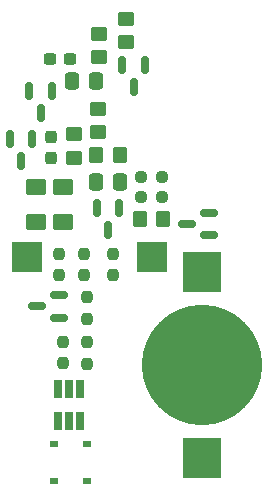
<source format=gbr>
%TF.GenerationSoftware,KiCad,Pcbnew,(6.99.0-907-g90f6edad61)*%
%TF.CreationDate,2022-02-13T13:40:20+01:00*%
%TF.ProjectId,tuxpin,74757870-696e-42e6-9b69-6361645f7063,rev?*%
%TF.SameCoordinates,Original*%
%TF.FileFunction,Soldermask,Top*%
%TF.FilePolarity,Negative*%
%FSLAX46Y46*%
G04 Gerber Fmt 4.6, Leading zero omitted, Abs format (unit mm)*
G04 Created by KiCad (PCBNEW (6.99.0-907-g90f6edad61)) date 2022-02-13 13:40:20*
%MOMM*%
%LPD*%
G01*
G04 APERTURE LIST*
G04 Aperture macros list*
%AMRoundRect*
0 Rectangle with rounded corners*
0 $1 Rounding radius*
0 $2 $3 $4 $5 $6 $7 $8 $9 X,Y pos of 4 corners*
0 Add a 4 corners polygon primitive as box body*
4,1,4,$2,$3,$4,$5,$6,$7,$8,$9,$2,$3,0*
0 Add four circle primitives for the rounded corners*
1,1,$1+$1,$2,$3*
1,1,$1+$1,$4,$5*
1,1,$1+$1,$6,$7*
1,1,$1+$1,$8,$9*
0 Add four rect primitives between the rounded corners*
20,1,$1+$1,$2,$3,$4,$5,0*
20,1,$1+$1,$4,$5,$6,$7,0*
20,1,$1+$1,$6,$7,$8,$9,0*
20,1,$1+$1,$8,$9,$2,$3,0*%
G04 Aperture macros list end*
%ADD10RoundRect,0.150000X0.587500X0.150000X-0.587500X0.150000X-0.587500X-0.150000X0.587500X-0.150000X0*%
%ADD11R,0.650000X0.600000*%
%ADD12RoundRect,0.150000X-0.150000X0.587500X-0.150000X-0.587500X0.150000X-0.587500X0.150000X0.587500X0*%
%ADD13RoundRect,0.237500X0.237500X-0.250000X0.237500X0.250000X-0.237500X0.250000X-0.237500X-0.250000X0*%
%ADD14RoundRect,0.250000X-0.350000X-0.450000X0.350000X-0.450000X0.350000X0.450000X-0.350000X0.450000X0*%
%ADD15RoundRect,0.250001X-0.624999X0.462499X-0.624999X-0.462499X0.624999X-0.462499X0.624999X0.462499X0*%
%ADD16RoundRect,0.250000X-0.450000X0.350000X-0.450000X-0.350000X0.450000X-0.350000X0.450000X0.350000X0*%
%ADD17R,2.500000X2.500000*%
%ADD18RoundRect,0.237500X0.250000X0.237500X-0.250000X0.237500X-0.250000X-0.237500X0.250000X-0.237500X0*%
%ADD19R,0.650000X1.560000*%
%ADD20RoundRect,0.250000X0.350000X0.450000X-0.350000X0.450000X-0.350000X-0.450000X0.350000X-0.450000X0*%
%ADD21RoundRect,0.250000X0.450000X-0.350000X0.450000X0.350000X-0.450000X0.350000X-0.450000X-0.350000X0*%
%ADD22RoundRect,0.237500X-0.300000X-0.237500X0.300000X-0.237500X0.300000X0.237500X-0.300000X0.237500X0*%
%ADD23R,3.300000X3.500000*%
%ADD24C,10.200000*%
%ADD25RoundRect,0.237500X-0.237500X0.300000X-0.237500X-0.300000X0.237500X-0.300000X0.237500X0.300000X0*%
%ADD26RoundRect,0.250000X0.337500X0.475000X-0.337500X0.475000X-0.337500X-0.475000X0.337500X-0.475000X0*%
G04 APERTURE END LIST*
D10*
%TO.C,Q2*%
X167561500Y-102042000D03*
X167561500Y-100142000D03*
X165686500Y-101092000D03*
%TD*%
D11*
%TO.C,U1*%
X157203999Y-119734999D03*
X157203999Y-122834999D03*
X154453999Y-119734999D03*
X154453999Y-122834999D03*
%TD*%
D12*
%TO.C,Q3*%
X154239000Y-89867500D03*
X152339000Y-89867500D03*
X153289000Y-91742500D03*
%TD*%
D13*
%TO.C,R3*%
X157226000Y-112926500D03*
X157226000Y-111101500D03*
%TD*%
D14*
%TO.C,R10*%
X161687000Y-100711000D03*
X163687000Y-100711000D03*
%TD*%
D10*
%TO.C,Q6*%
X154861500Y-109027000D03*
X154861500Y-107127000D03*
X152986500Y-108077000D03*
%TD*%
D15*
%TO.C,D2*%
X152908000Y-97953500D03*
X152908000Y-100928500D03*
%TD*%
D16*
%TO.C,R11*%
X158115000Y-91345000D03*
X158115000Y-93345000D03*
%TD*%
D17*
%TO.C,TP1*%
X152145999Y-103885999D03*
%TD*%
D18*
%TO.C,R9*%
X163599500Y-98806000D03*
X161774500Y-98806000D03*
%TD*%
D13*
%TO.C,R5*%
X155194000Y-112910500D03*
X155194000Y-111085500D03*
%TD*%
D19*
%TO.C,U2*%
X154751999Y-117808999D03*
X155701999Y-117808999D03*
X156651999Y-117808999D03*
X156651999Y-115108999D03*
X155701999Y-115108999D03*
X154751999Y-115108999D03*
%TD*%
D12*
%TO.C,Q5*%
X159954000Y-99773500D03*
X158054000Y-99773500D03*
X159004000Y-101648500D03*
%TD*%
D13*
%TO.C,R4*%
X154813000Y-105433500D03*
X154813000Y-103608500D03*
%TD*%
D20*
%TO.C,R12*%
X160004000Y-95250000D03*
X158004000Y-95250000D03*
%TD*%
D16*
%TO.C,R14*%
X158242000Y-84979000D03*
X158242000Y-86979000D03*
%TD*%
D21*
%TO.C,R7*%
X156083000Y-95488000D03*
X156083000Y-93488000D03*
%TD*%
%TO.C,R13*%
X160528000Y-85709000D03*
X160528000Y-83709000D03*
%TD*%
D17*
%TO.C,TP2*%
X162686999Y-103885999D03*
%TD*%
D22*
%TO.C,C1*%
X154077500Y-87122000D03*
X155802500Y-87122000D03*
%TD*%
D13*
%TO.C,R2*%
X159385000Y-105433500D03*
X159385000Y-103608500D03*
%TD*%
D12*
%TO.C,Q4*%
X152588000Y-93931500D03*
X150688000Y-93931500D03*
X151638000Y-95806500D03*
%TD*%
D13*
%TO.C,R6*%
X157226000Y-109116500D03*
X157226000Y-107291500D03*
%TD*%
D18*
%TO.C,R8*%
X163599500Y-97155000D03*
X161774500Y-97155000D03*
%TD*%
D23*
%TO.C,BT1*%
X166918999Y-120929999D03*
X166918999Y-105129999D03*
D24*
X166919000Y-113030000D03*
%TD*%
D12*
%TO.C,Q1*%
X162113000Y-87660000D03*
X160213000Y-87660000D03*
X161163000Y-89535000D03*
%TD*%
D15*
%TO.C,D1*%
X155194000Y-97953500D03*
X155194000Y-100928500D03*
%TD*%
D25*
%TO.C,C3*%
X154178000Y-93752500D03*
X154178000Y-95477500D03*
%TD*%
D26*
%TO.C,C2*%
X160041500Y-97536000D03*
X157966500Y-97536000D03*
%TD*%
%TO.C,C4*%
X158009500Y-89027000D03*
X155934500Y-89027000D03*
%TD*%
D13*
%TO.C,R1*%
X156972000Y-105433500D03*
X156972000Y-103608500D03*
%TD*%
M02*

</source>
